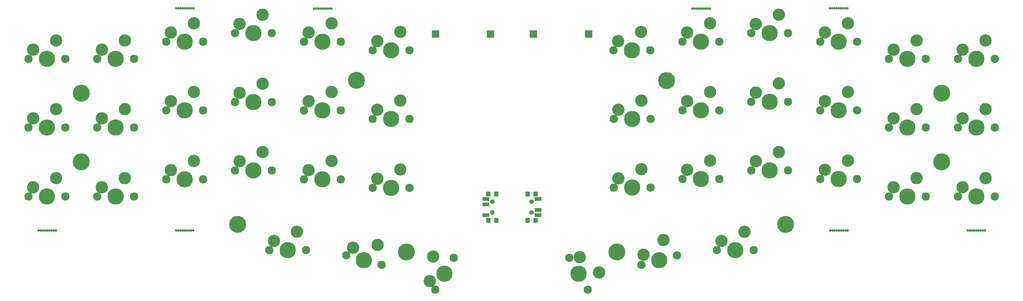
<source format=gts>
G04 #@! TF.GenerationSoftware,KiCad,Pcbnew,8.0.3*
G04 #@! TF.CreationDate,2024-06-14T22:13:16-03:00*
G04 #@! TF.ProjectId,corne-cherry,636f726e-652d-4636-9865-7272792e6b69,3.0.1*
G04 #@! TF.SameCoordinates,Original*
G04 #@! TF.FileFunction,Soldermask,Top*
G04 #@! TF.FilePolarity,Negative*
%FSLAX46Y46*%
G04 Gerber Fmt 4.6, Leading zero omitted, Abs format (unit mm)*
G04 Created by KiCad (PCBNEW 8.0.3) date 2024-06-14 22:13:16*
%MOMM*%
%LPD*%
G01*
G04 APERTURE LIST*
G04 Aperture macros list*
%AMRoundRect*
0 Rectangle with rounded corners*
0 $1 Rounding radius*
0 $2 $3 $4 $5 $6 $7 $8 $9 X,Y pos of 4 corners*
0 Add a 4 corners polygon primitive as box body*
4,1,4,$2,$3,$4,$5,$6,$7,$8,$9,$2,$3,0*
0 Add four circle primitives for the rounded corners*
1,1,$1+$1,$2,$3*
1,1,$1+$1,$4,$5*
1,1,$1+$1,$6,$7*
1,1,$1+$1,$8,$9*
0 Add four rect primitives between the rounded corners*
20,1,$1+$1,$2,$3,$4,$5,0*
20,1,$1+$1,$4,$5,$6,$7,0*
20,1,$1+$1,$6,$7,$8,$9,0*
20,1,$1+$1,$8,$9,$2,$3,0*%
G04 Aperture macros list end*
%ADD10C,2.300000*%
%ADD11C,3.400000*%
%ADD12C,4.500000*%
%ADD13C,4.700000*%
%ADD14C,0.700000*%
%ADD15RoundRect,0.200000X-0.850000X-0.850000X0.850000X-0.850000X0.850000X0.850000X-0.850000X0.850000X0*%
%ADD16RoundRect,0.200000X0.400000X-0.500000X0.400000X0.500000X-0.400000X0.500000X-0.400000X-0.500000X0*%
%ADD17C,1.300000*%
%ADD18RoundRect,0.200000X0.750000X-0.350000X0.750000X0.350000X-0.750000X0.350000X-0.750000X-0.350000X0*%
%ADD19RoundRect,0.200000X-0.400000X0.500000X-0.400000X-0.500000X0.400000X-0.500000X0.400000X0.500000X0*%
%ADD20RoundRect,0.200000X-0.750000X0.350000X-0.750000X-0.350000X0.750000X-0.350000X0.750000X0.350000X0*%
G04 APERTURE END LIST*
D10*
X34027500Y-35780000D03*
D11*
X35297500Y-33240000D03*
D12*
X39107500Y-35780000D03*
D11*
X41647500Y-30700000D03*
D10*
X44187500Y-35780000D03*
X53027500Y-31030000D03*
D11*
X54297500Y-28490000D03*
D12*
X58107500Y-31030000D03*
D11*
X60647500Y-25950000D03*
D10*
X63187500Y-31030000D03*
X72027500Y-28655000D03*
D11*
X73297500Y-26115000D03*
D12*
X77107500Y-28655000D03*
D11*
X79647500Y-23575000D03*
D10*
X82187500Y-28655000D03*
X91027500Y-31030000D03*
D11*
X92297500Y-28490000D03*
D12*
X96107500Y-31030000D03*
D11*
X98647500Y-25950000D03*
D10*
X101187500Y-31030000D03*
X15027500Y-54780000D03*
D11*
X16297500Y-52240000D03*
D12*
X20107500Y-54780000D03*
D11*
X22647500Y-49700000D03*
D10*
X25187500Y-54780000D03*
X34027500Y-54780000D03*
D11*
X35297500Y-52240000D03*
D12*
X39107500Y-54780000D03*
D11*
X41647500Y-49700000D03*
D10*
X44187500Y-54780000D03*
X53027500Y-50030000D03*
D11*
X54297500Y-47490000D03*
D12*
X58107500Y-50030000D03*
D11*
X60647500Y-44950000D03*
D10*
X63187500Y-50030000D03*
X72027500Y-47728363D03*
D11*
X73297500Y-45188363D03*
D12*
X77107500Y-47728363D03*
D11*
X79647500Y-42648363D03*
D10*
X82187500Y-47728363D03*
X91027500Y-50030000D03*
D11*
X92297500Y-47490000D03*
D12*
X96107500Y-50030000D03*
D11*
X98647500Y-44950000D03*
D10*
X101187500Y-50030000D03*
X110027500Y-52405000D03*
D11*
X111297500Y-49865000D03*
D12*
X115107500Y-52405000D03*
D11*
X117647500Y-47325000D03*
D10*
X120187500Y-52405000D03*
X15027500Y-73780000D03*
D11*
X16297500Y-71240000D03*
D12*
X20107500Y-73780000D03*
D11*
X22647500Y-68700000D03*
D10*
X25187500Y-73780000D03*
X34027500Y-73780000D03*
D11*
X35297500Y-71240000D03*
D12*
X39107500Y-73780000D03*
D11*
X41647500Y-68700000D03*
D10*
X44187500Y-73780000D03*
X53027500Y-69030000D03*
D11*
X54297500Y-66490000D03*
D12*
X58107500Y-69030000D03*
D11*
X60647500Y-63950000D03*
D10*
X63187500Y-69030000D03*
X72027500Y-66655000D03*
D11*
X73297500Y-64115000D03*
D12*
X77107500Y-66655000D03*
D11*
X79647500Y-61575000D03*
D10*
X82187500Y-66655000D03*
X91027500Y-69030000D03*
D11*
X92297500Y-66490000D03*
D12*
X96107500Y-69030000D03*
D11*
X98647500Y-63950000D03*
D10*
X101187500Y-69030000D03*
X110027500Y-71405000D03*
D11*
X111297500Y-68865000D03*
D12*
X115107500Y-71405000D03*
D11*
X117647500Y-66325000D03*
D10*
X120187500Y-71405000D03*
X81527500Y-88655000D03*
D11*
X82797500Y-86115000D03*
D12*
X86607500Y-88655000D03*
D11*
X89147500Y-83575000D03*
D10*
X91687500Y-88655000D03*
X102700597Y-90090199D03*
D11*
X104584723Y-87965448D03*
D12*
X107607500Y-91405000D03*
D11*
X111375752Y-87155497D03*
D10*
X112514403Y-92719801D03*
X127317500Y-99554409D03*
D11*
X125752795Y-97184557D03*
D12*
X129857500Y-95155000D03*
D11*
X126728091Y-90415295D03*
D10*
X132397500Y-90755591D03*
X164324500Y-90750591D03*
D11*
X167159205Y-90580443D03*
D12*
X166864500Y-95150000D03*
D11*
X172533909Y-94809705D03*
D10*
X169404500Y-99549409D03*
X214534500Y-66650000D03*
D11*
X215804500Y-64110000D03*
D12*
X219614500Y-66650000D03*
D11*
X222154500Y-61570000D03*
D10*
X224694500Y-66650000D03*
X195534500Y-69025000D03*
D11*
X196804500Y-66485000D03*
D12*
X200614500Y-69025000D03*
D11*
X203154500Y-63945000D03*
D10*
X205694500Y-69025000D03*
X176534500Y-71400000D03*
D11*
X177804500Y-68860000D03*
D12*
X181614500Y-71400000D03*
D11*
X184154500Y-66320000D03*
D10*
X186694500Y-71400000D03*
X205034500Y-88650000D03*
D11*
X206304500Y-86110000D03*
D12*
X210114500Y-88650000D03*
D11*
X212654500Y-83570000D03*
D10*
X215194500Y-88650000D03*
X184207597Y-92714801D03*
D11*
X184776922Y-89932649D03*
D12*
X189114500Y-91400000D03*
D11*
X190253151Y-85835696D03*
D10*
X194021403Y-90085199D03*
X214534500Y-28650000D03*
D11*
X215804500Y-26110000D03*
D12*
X219614500Y-28650000D03*
D11*
X222154500Y-23570000D03*
D10*
X224694500Y-28650000D03*
X195534500Y-31025000D03*
D11*
X196804500Y-28485000D03*
D12*
X200614500Y-31025000D03*
D11*
X203154500Y-25945000D03*
D10*
X205694500Y-31025000D03*
X271534500Y-54775000D03*
D11*
X272804500Y-52235000D03*
D12*
X276614500Y-54775000D03*
D11*
X279154500Y-49695000D03*
D10*
X281694500Y-54775000D03*
X233534500Y-31025000D03*
D11*
X234804500Y-28485000D03*
D12*
X238614500Y-31025000D03*
D11*
X241154500Y-25945000D03*
D10*
X243694500Y-31025000D03*
X252534500Y-54775000D03*
D11*
X253804500Y-52235000D03*
D12*
X257614500Y-54775000D03*
D11*
X260154500Y-49695000D03*
D10*
X262694500Y-54775000D03*
X252534500Y-73775000D03*
D11*
X253804500Y-71235000D03*
D12*
X257614500Y-73775000D03*
D11*
X260154500Y-68695000D03*
D10*
X262694500Y-73775000D03*
X233534500Y-69025000D03*
D11*
X234804500Y-66485000D03*
D12*
X238614500Y-69025000D03*
D11*
X241154500Y-63945000D03*
D10*
X243694500Y-69025000D03*
X271534500Y-35775000D03*
D11*
X272804500Y-33235000D03*
D12*
X276614500Y-35775000D03*
D11*
X279154500Y-30695000D03*
D10*
X281694500Y-35775000D03*
X252534500Y-35775000D03*
D11*
X253804500Y-33235000D03*
D12*
X257614500Y-35775000D03*
D11*
X260154500Y-30695000D03*
D10*
X262694500Y-35775000D03*
X233534500Y-50025000D03*
D11*
X234804500Y-47485000D03*
D12*
X238614500Y-50025000D03*
D11*
X241154500Y-44945000D03*
D10*
X243694500Y-50025000D03*
X214534500Y-47650000D03*
D11*
X215804500Y-45110000D03*
D12*
X219614500Y-47650000D03*
D11*
X222154500Y-42570000D03*
D10*
X224694500Y-47650000D03*
X195534500Y-50025000D03*
D11*
X196804500Y-47485000D03*
D12*
X200614500Y-50025000D03*
D11*
X203154500Y-44945000D03*
D10*
X205694500Y-50025000D03*
X176534500Y-52400000D03*
D11*
X177804500Y-49860000D03*
D12*
X181614500Y-52400000D03*
D11*
X184154500Y-47320000D03*
D10*
X186694500Y-52400000D03*
X271534500Y-73775000D03*
D11*
X272804500Y-71235000D03*
D12*
X276614500Y-73775000D03*
D11*
X279154500Y-68695000D03*
D10*
X281694500Y-73775000D03*
X15027500Y-35780000D03*
D11*
X16297500Y-33240000D03*
D12*
X20107500Y-35780000D03*
D11*
X22647500Y-30700000D03*
D10*
X25187500Y-35780000D03*
D13*
X105575500Y-41765500D03*
X72764500Y-81520500D03*
X119330500Y-89135000D03*
X177389500Y-89145000D03*
X223955500Y-81530500D03*
X267099500Y-45265500D03*
X191144500Y-41775500D03*
D10*
X110027500Y-33405000D03*
D11*
X111297500Y-30865000D03*
D12*
X115107500Y-33405000D03*
D11*
X117647500Y-28325000D03*
D10*
X120187500Y-33405000D03*
X176527500Y-33405000D03*
D11*
X177797500Y-30865000D03*
D12*
X181607500Y-33405000D03*
D11*
X184147500Y-28325000D03*
D10*
X186687500Y-33405000D03*
D13*
X29607500Y-64280000D03*
X29607500Y-45280000D03*
D14*
X55861750Y-21869000D03*
X56455500Y-21869000D03*
X57049250Y-21869000D03*
X57643000Y-21869000D03*
X58236750Y-21869000D03*
X58830500Y-21869000D03*
X59424250Y-21869000D03*
X60018000Y-21869000D03*
X60611750Y-21869000D03*
X93832500Y-21873000D03*
X94426250Y-21873000D03*
X95020000Y-21873000D03*
X95613750Y-21873000D03*
X96207500Y-21873000D03*
X96801250Y-21873000D03*
X97395000Y-21873000D03*
X97988750Y-21873000D03*
X98582500Y-21873000D03*
X17787500Y-83176000D03*
X18381250Y-83176000D03*
X18975000Y-83176000D03*
X19568750Y-83176000D03*
X20162500Y-83176000D03*
X20756250Y-83176000D03*
X21350000Y-83176000D03*
X21943750Y-83176000D03*
X22537500Y-83176000D03*
X55748500Y-83178000D03*
X56342250Y-83178000D03*
X56936000Y-83178000D03*
X57529750Y-83178000D03*
X58123500Y-83178000D03*
X58717250Y-83178000D03*
X59311000Y-83178000D03*
X59904750Y-83178000D03*
X60498500Y-83178000D03*
D15*
X169598900Y-28974400D03*
X154403900Y-28974400D03*
X127340500Y-28974400D03*
D16*
X141933500Y-80405000D03*
X144143500Y-80405000D03*
D17*
X143043500Y-78255000D03*
X143043500Y-75255000D03*
D16*
X141933500Y-73105000D03*
X144143500Y-73105000D03*
D18*
X141283500Y-79005000D03*
X141283500Y-76005000D03*
X141283500Y-74505000D03*
D15*
X142560500Y-28974400D03*
D19*
X154967500Y-73105000D03*
X152757500Y-73105000D03*
D17*
X153857500Y-75255000D03*
X153857500Y-78255000D03*
D19*
X154967500Y-80405000D03*
X152757500Y-80405000D03*
D20*
X155617500Y-74505000D03*
X155617500Y-77505000D03*
X155617500Y-79005000D03*
D13*
X267099500Y-64265500D03*
D14*
X279030500Y-83183000D03*
X278436750Y-83183000D03*
X277843000Y-83183000D03*
X277249250Y-83183000D03*
X276655500Y-83183000D03*
X276061750Y-83183000D03*
X275468000Y-83183000D03*
X274874250Y-83183000D03*
X274280500Y-83183000D03*
X203112500Y-21885000D03*
X202518750Y-21885000D03*
X201925000Y-21885000D03*
X201331250Y-21885000D03*
X200737500Y-21885000D03*
X200143750Y-21885000D03*
X199550000Y-21885000D03*
X198956250Y-21885000D03*
X198362500Y-21885000D03*
X241024500Y-21870000D03*
X240430750Y-21870000D03*
X239837000Y-21870000D03*
X239243250Y-21870000D03*
X238649500Y-21870000D03*
X238055750Y-21870000D03*
X237462000Y-21870000D03*
X236868250Y-21870000D03*
X236274500Y-21870000D03*
X241116500Y-83193000D03*
X240522750Y-83193000D03*
X239929000Y-83193000D03*
X239335250Y-83193000D03*
X238741500Y-83193000D03*
X238147750Y-83193000D03*
X237554000Y-83193000D03*
X236960250Y-83193000D03*
X236366500Y-83193000D03*
M02*

</source>
